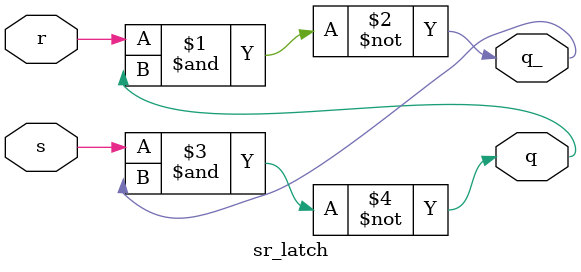
<source format=v>
module sr_latch(input s, r, output q, q_);
	nand(q_, r, q);
	nand(q, s, q_);
endmodule


</source>
